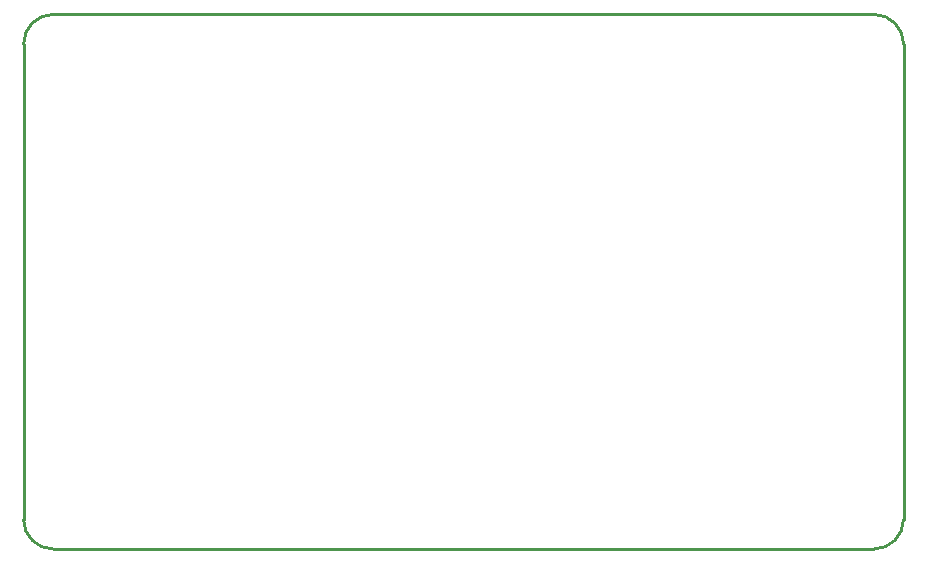
<source format=gko>
G04*
G04 #@! TF.GenerationSoftware,Altium Limited,Altium Designer,21.1.1 (26)*
G04*
G04 Layer_Color=16711935*
%FSLAX25Y25*%
%MOIN*%
G70*
G04*
G04 #@! TF.SameCoordinates,7EEBE310-2877-491A-A4CC-80A9302AE9BF*
G04*
G04*
G04 #@! TF.FilePolarity,Positive*
G04*
G01*
G75*
%ADD12C,0.01000*%
D12*
X1270383Y1179957D02*
G03*
X1280226Y1170114I9843J0D01*
G01*
X1553848D02*
G03*
X1563690Y1179957I0J9843D01*
G01*
Y1338500D02*
G03*
X1553848Y1348343I-9843J0D01*
G01*
X1280226D02*
G03*
X1270383Y1338500I0J-9843D01*
G01*
X1563690Y1179957D02*
Y1338500D01*
X1270383Y1179957D02*
Y1338500D01*
X1280226Y1170114D02*
X1553848D01*
X1280226Y1348343D02*
X1553848D01*
M02*

</source>
